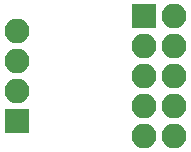
<source format=gts>
G04 #@! TF.FileFunction,Soldermask,Top*
%FSLAX46Y46*%
G04 Gerber Fmt 4.6, Leading zero omitted, Abs format (unit mm)*
G04 Created by KiCad (PCBNEW 4.0.7) date 07/18/19 16:35:03*
%MOMM*%
%LPD*%
G01*
G04 APERTURE LIST*
%ADD10C,0.100000*%
%ADD11R,2.100000X2.100000*%
%ADD12O,2.100000X2.100000*%
G04 APERTURE END LIST*
D10*
D11*
X154305000Y-111760000D03*
D12*
X154305000Y-109220000D03*
X154305000Y-106680000D03*
X154305000Y-104140000D03*
D11*
X165100000Y-102870000D03*
D12*
X167640000Y-102870000D03*
X165100000Y-105410000D03*
X167640000Y-105410000D03*
X165100000Y-107950000D03*
X167640000Y-107950000D03*
X165100000Y-110490000D03*
X167640000Y-110490000D03*
X165100000Y-113030000D03*
X167640000Y-113030000D03*
M02*

</source>
